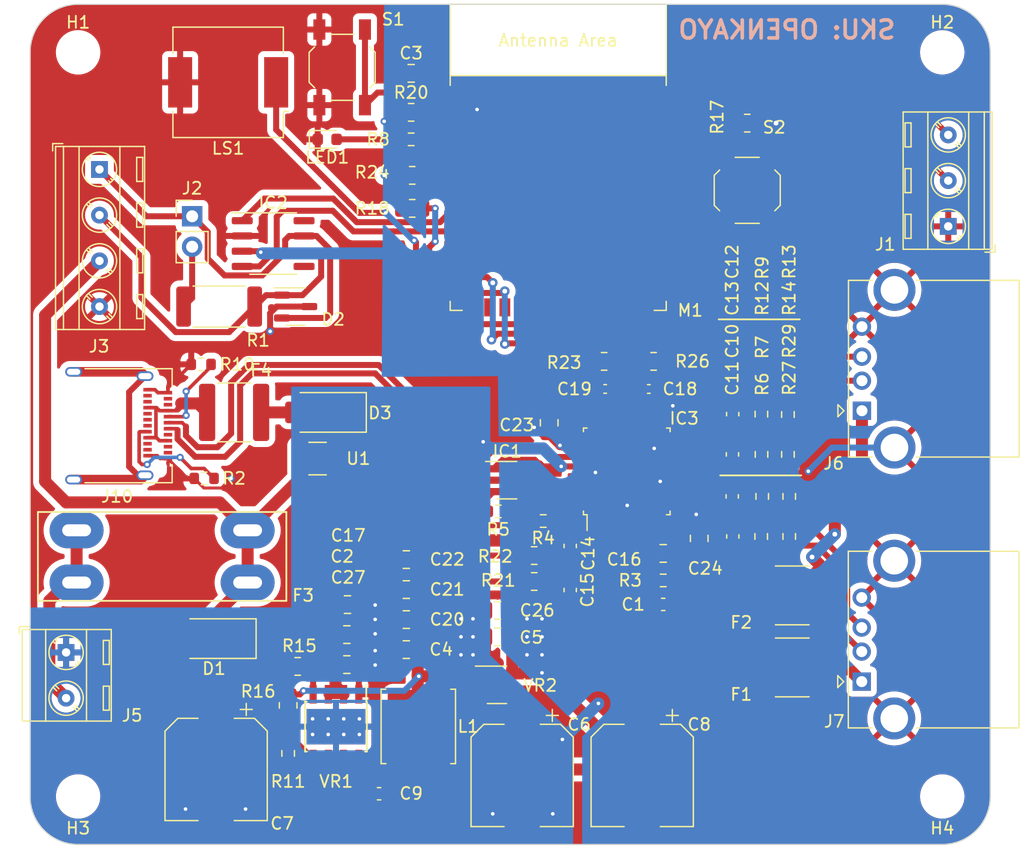
<source format=kicad_pcb>
(kicad_pcb (version 20221018) (generator pcbnew)
  (layers (0 "F.Cu" signal) (31 "B.Cu" signal) (34 "B.Paste" user) (35 "F.Paste" user) (36 "B.SilkS" user "B.Silkscreen") (37 "F.SilkS" user "F.Silkscreen") (38 "B.Mask" user) (39 "F.Mask" user) (44 "Edge.Cuts" user))
  (net 0 "")
  (net 1 "GND")
  (net 2 "IO43_TXD0")
  (net 3 "IO44_RXD0")
  (net 4 "+3V3")
  (net 5 "+5V")
  (net 6 "Net-(D3-A)")
  (net 7 "IO3_SDA")
  (net 8 "IO4_SCL")
  (net 9 "IO16_CANTX")
  (net 10 "IO17_CANRX")
  (net 11 "VFUSED")
  (net 12 "VRAW")
  (net 13 "DM3{slash}1.7E")
  (net 14 "DP3{slash}1.7E")
  (net 15 "IO14_A4_PIEZO")
  (net 16 "VIN+")
  (net 19 "Net-(IC3-~{RESET})")
  (net 20 "Net-(VR1-BOOT)")
  (net 21 "Net-(VR1-SW)")
  (net 22 "Net-(IC3-DP1)")
  (net 23 "Net-(IC3-DM1)")
  (net 24 "Net-(IC3-DP2)")
  (net 25 "Net-(IC3-DM2)")
  (net 26 "Net-(IC3-DP0)")
  (net 27 "Net-(IC3-DM0)")
  (net 28 "Net-(D2-A1)")
  (net 29 "Net-(D2-A2)")
  (net 30 "Net-(J7-VBUS)")
  (net 31 "Net-(J6-VBUS)")
  (net 32 "Net-(F4-Pad1)")
  (net 34 "Net-(IC1-OE)")
  (net 35 "Net-(IC1-OUT)")
  (net 40 "Net-(IC3-DP0PUR)")
  (net 43 "Net-(J2-Pin_2)")
  (net 44 "Net-(J6-D-)")
  (net 45 "Net-(J6-D+)")
  (net 46 "Net-(J7-D-)")
  (net 47 "Net-(J7-D+)")
  (net 48 "Net-(J10-CC1)")
  (net 49 "Net-(J10-D+-PadA6)")
  (net 50 "Net-(J10-D--PadA7)")
  (net 52 "Net-(J10-CC2)")
  (net 56 "unconnected-(J10-SHIELD-PadS1)")
  (net 57 "Net-(LED1-A)")
  (net 58 "Net-(M1-EN)")
  (net 75 "Net-(M1-GPIO0{slash}BOOT)")
  (net 86 "Net-(VR1-FB)")
  (net 87 "Net-(VR1-RT{slash}SYNC)")
  (footprint "Resistor_SMD:R_0603_1608Metric" (layer "F.Cu") (at 120.5 97.75)
    (fp_text reference "R10")
    (fp_text value "5k1")
  )
  (footprint "Resistor_SMD:R_0805_2012Metric" (layer "F.Cu") (at 158.2 97.5)
    (fp_text reference "R26")
    (fp_text value "15k")
  )
  (footprint "Capacitor_SMD:C_0805_2012Metric" (layer "F.Cu") (at 137.595 114.015 180)
    (fp_text reference "C22")
    (fp_text value "22u")
  )
  (footprint "openkayo:Fuse_2018_5045Metric" (layer "F.Cu") (at 169.75 123)
    (fp_text reference "F1")
    (fp_text value "Fuse")
  )
  (footprint "Resistor_SMD:R_0805_2012Metric" (layer "F.Cu") (at 127.75 126.1625 -90)
    (fp_text reference "R16")
    (fp_text value "100k")
  )
  (footprint "Capacitor_SMD:CP_Elec_8x10" (layer "F.Cu") (at 147.25 132 -90)
    (fp_text reference "C6")
    (fp_text value "220u 35v")
  )
  (footprint "Capacitor_SMD:C_0603_1608Metric" (layer "F.Cu") (at 151.25 112.88 90)
    (fp_text reference "C14")
    (fp_text value "22p")
  )
  (footprint "Resistor_SMD:R_0805_2012Metric" (layer "F.Cu") (at 154.0775 97.5 180)
    (fp_text reference "R23")
    (fp_text value "15k")
  )
  (footprint "MountingHole:MountingHole_3.2mm_M3" (layer "F.Cu") (at 110.25 71.75)
    (fp_text reference "H1")
    (fp_text value "MountingHole")
  )
  (footprint "TerminalBlock_MetzConnect:TerminalBlock_MetzConnect_Type086_RT03402HBLC_1x02_P3.81mm_Horizontal" (layer "F.Cu") (at 109.25 121.75 -90)
    (fp_text reference "J5")
    (fp_text value "Conn_01x02")
  )
  (footprint "openkayo:Fuse_2018_5045Metric" (layer "F.Cu") (at 123.25 101.75)
    (fp_text reference "F4")
    (fp_text value "Fuse")
  )
  (footprint "openkayo:Fuse_2018_5045Metric" (layer "F.Cu") (at 169.75 117)
    (fp_text reference "F2")
    (fp_text value "Fuse")
  )
  (footprint "Capacitor_SMD:C_0805_2012Metric" (layer "F.Cu") (at 138 73.5)
    (fp_text reference "C3")
    (fp_text value "10u")
  )
  (footprint "Capacitor_SMD:C_0603_1608Metric" (layer "F.Cu") (at 164.79 101.895 90)
    (fp_text reference "C12")
    (fp_text value "22p")
  )
  (footprint "Capacitor_SMD:C_0805_2012Metric" (layer "F.Cu") (at 159 113.5)
    (fp_text reference "C16")
    (fp_text value "100n")
  )
  (footprint "MountingHole:MountingHole_3.2mm_M3" (layer "F.Cu") (at 182.25 71.75)
    (fp_text reference "H2")
    (fp_text value "MountingHole")
  )
  (footprint "Resistor_SMD:R_0805_2012Metric" (layer "F.Cu") (at 138.0875 82)
    (fp_text reference "R24")
    (fp_text value "4k7")
  )
  (footprint "Capacitor_SMD:C_0805_2012Metric" (layer "F.Cu") (at 132.645 122.765)
    (fp_text reference "C27")
    (fp_text value "10u 35V")
  )
  (footprint "Package_TO_SOT_SMD:SOT-23-3" (layer "F.Cu") (at 128.3725 92.933972)
    (fp_text reference "D2")
    (fp_text value "D_TVS_Dual_ACA")
  )
  (footprint "Capacitor_SMD:C_0603_1608Metric" (layer "F.Cu") (at 151.25 116.55 -90)
    (fp_text reference "C15")
    (fp_text value "22p")
  )
  (footprint "Capacitor_SMD:C_0805_2012Metric" (layer "F.Cu") (at 149.5 102.615 90)
    (fp_text reference "C23")
    (fp_text value "10u")
  )
  (footprint "Resistor_SMD:R_0603_1608Metric" (layer "F.Cu") (at 169.39 101.925 90)
    (fp_text reference "R13")
    (fp_text value "30R")
  )
  (footprint "Diode_SMD:D_SMA" (layer "F.Cu") (at 130.75 101.75 180)
    (fp_text reference "D3")
    (fp_text value "SS56")
  )
  (footprint "Resistor_SMD:R_1210_3225Metric" (layer "F.Cu") (at 130.2 105.6)
    (fp_text reference "U1")
    (fp_text value "Varistor")
  )
  (footprint "Resistor_SMD:R_0805_2012Metric" (layer "F.Cu") (at 138 76.75)
    (fp_text reference "R20")
    (fp_text value "10k")
  )
  (footprint "Package_SO:Texas_HSOP-8-1EP_3.9x4.9mm_P1.27mm_ThermalVias" (layer "F.Cu") (at 131.735 127.935 -90)
    (fp_text reference "VR1")
    (fp_text value "LMR38020")
  )
  (footprint "Package_QFP:LQFP-32_7x7mm_P0.8mm" (layer "F.Cu") (at 155.965 106.665 90)
    (fp_text reference "IC3")
    (fp_text value "TUSB2036VF")
  )
  (footprint "Resistor_SMD:R_0603_1608Metric" (layer "F.Cu") (at 169.39 105.25 -90)
    (fp_text reference "R14")
    (fp_text value "30R")
  )
  (footprint "Diode_SMD:D_SMA" (layer "F.Cu") (at 121.57 120.6 180)
    (fp_text reference "D1")
    (fp_text value "SS56")
  )
  (footprint "Package_TO_SOT_SMD:SOT-23-5" (layer "F.Cu") (at 146 107.4)
    (fp_text reference "IC1")
    (fp_text value "48MHz")
  )
  (footprint "Capacitor_SMD:C_0603_1608Metric" (layer "F.Cu") (at 164.75 108.75 90)
    (fp_text reference "C10")
    (fp_text value "22p")
  )
  (footprint "Resistor_SMD:R_0603_1608Metric" (layer "F.Cu") (at 169.5 112.0875 -90)
    (fp_text reference "R27")
    (fp_text value "30R")
  )
  (footprint "Capacitor_SMD:C_0402_1005Metric" (layer "F.Cu") (at 157.8 99.8)
    (fp_text reference "C18")
    (fp_text value "22p")
  )
  (footprint "Connector_USB:USB_C_Receptacle_Amphenol_12401610E4-2A" (layer "F.Cu") (at 112.715 102.86 -90)
    (fp_text reference "J10")
    (fp_text value "USB_C_Receptacle_USB2.0")
  )
  (footprint "Button_Switch_SMD:SW_SPST_TL3342" (layer "F.Cu") (at 132.25 73 90)
    (fp_text reference "S1")
    (fp_text value "RESET")
  )
  (footprint "MountingHole:MountingHole_3.2mm_M3" (layer "F.Cu") (at 182.25 133.75)
    (fp_text reference "H4")
    (fp_text value "MountingHole")
  )
  (footprint "Capacitor_SMD:C_0603_1608Metric" (layer "F.Cu") (at 164.77 105.25 -90)
    (fp_text reference "C13")
    (fp_text value "22p")
  )
  (footprint "TerminalBlock_MetzConnect:TerminalBlock_MetzConnect_Type086_RT03404HBLC_1x04_P3.81mm_Horizontal" (layer "F.Cu") (at 112.03 81.503972 -90)
    (fp_text reference "J3")
    (fp_text value "CAN_BUS")
  )
  (footprint "Resistor_SMD:R_0603_1608Metric" (layer "F.Cu") (at 169.5 108.75 90)
    (fp_text reference "R29")
    (fp_text value "30R")
  )
  (footprint "Resistor_SMD:R_0603_1608Metric" (layer "F.Cu") (at 145.25 110)
    (fp_text reference "R5")
    (fp_text value "1k")
  )
  (footprint "Package_TO_SOT_SMD:SOT-23-5" (layer "F.Cu") (at 145.15 124.45)
    (fp_text reference "VR2")
    (fp_text value "AP2112K-3.3")
  )
  (footprint "Resistor_SMD:R_0603_1608Metric" (layer "F.Cu") (at 167.18 101.895 90)
    (fp_text reference "R9")
    (fp_text value "15k")
  )
  (footprint "Resistor_SMD:R_0805_2012Metric" (layer "F.Cu") (at 138.0875 84.75)
    (fp_text reference "R18")
    (fp_text value "4k7")
  )
  (footprint "Capacitor_SMD:C_0402_1005Metric" (layer "F.Cu") (at 154.165 99.795 180)
    (fp_text reference "C19")
    (fp_text value "22p")
  )
  (footprint "Resistor_SMD:R_0805_2012Metric" (layer "F.Cu") (at 166 77.65 180)
    (fp_text reference "R17")
    (fp_text value "10k")
  )
  (footprint "Capacitor_SMD:C_0805_2012Metric" (layer "F.Cu") (at 137.595 119.015 180)
    (fp_text reference "C20")
    (fp_text value "22u")
  )
  (footprint "Capacitor_SMD:CP_Elec_8x10" (layer "F.Cu") (at 121.75 131.5 -90)
    (fp_text reference "C7")
    (fp_text value "220u 35V")
  )
  (footprint "Connector_USB:USB_A_CONNFLY_DS1095-WNR0" (layer "F.Cu") (at 175.54 124.18 90)
    (fp_text reference "J7")
    (fp_text value "USB_A")
  )
  (footprint "Connector_USB:USB_A_CONNFLY_DS1095-WNR0" (layer "F.Cu") (at 175.5575 101.61 90)
    (fp_text reference "J6")
    (fp_text value "USB_A")
  )
  (footprint "Inductor_SMD:L_TDK_VLS6045EX_VLS6045AF" (layer "F.Cu") (at 138.595 127.915 90)
    (fp_text reference "L1")
    (fp_text value "VLS5045 15uH")
  )
  (footprint "TerminalBlock_MetzConnect:TerminalBlock_MetzConnect_Type086_RT03403HBLC_1x03_P3.81mm_Horizontal" (layer "F.Cu") (at 182.75 86.25 90)
    (fp_text reference "J1")
    (fp_text value "Conn_01x03_Socket")
  )
  (footprint "Resistor_SMD:R_0603_1608Metric" (layer "F.Cu") (at 167.165 112.0875 -90)
    (fp_text reference "R6")
    (fp_text value "15k")
  )
  (footprint "Connector_PinHeader_2.54mm:PinHeader_1x02_P2.54mm_Vertical" (layer "F.Cu") (at 119.75 85.408972)
    (fp_text reference "J2")
    (fp_text value "CAN_TERM")
  )
  (footprint "MountingHole:MountingHole_3.2mm_M3" (layer "F.Cu") (at 110.25 133.75)
    (fp_text reference "H3")
    (fp_text value "MountingHole")
  )
  (footprint "openkayo:ESP32-S3-WROOM-1" (layer "F.Cu") (at 150.25 83.5)
    (fp_text reference "M1")
    (fp_text value "ESP32-S3-WROOM-1")
  )
  (footprint "Capacitor_SMD:C_0603_1608Metric" (layer "F.Cu") (at 135.325 133.525)
    (fp_text reference "C9")
    (fp_text value "100n 50V")
  )
  (footprint "Capacitor_SMD:C_0805_2012Metric" (layer "F.Cu") (at 145.2 118.25 180)
    (fp_text reference "C26")
    (fp_text value "22u")
  )
  (footprint "Buzzer_Beeper:Buzzer_CUI_CPT-9019S-SMT" (layer "F.Cu") (at 122.75 74.25 180)
    (fp_text reference "LS1")
    (fp_text value "Speaker_Crystal")
  )
  (footprint "Capacitor_SMD:C_0805_2012Metric" (layer "F.Cu") (at 132.645 120.265)
    (fp_text reference "C2")
    (fp_text value "10u 35V")
  )
  (footprint "Button_Switch_SMD:SW_SPST_TL3342" (layer "F.Cu") (at 166 83.25 -90)
    (fp_text reference "S2")
    (fp_text value "SNOOT")
  )
  (footprint "Resistor_SMD:R_2512_6332Metric" (layer "F.Cu") (at 122 92.933972)
    (fp_text reference "R1")
    (fp_text value "120R")
  )
  (footprint "Resistor_SMD:R_0603_1608Metric" (layer "F.Cu") (at 149 110.8 180)
    (fp_text reference "R4")
    (fp_text value "1k5")
  )
  (footprint "Resistor_SMD:R_0603_1608Metric" (layer "F.Cu") (at 167.19 105.25 -90)
    (fp_text reference "R12")
    (fp_text value "15k")
  )
  (footprint "LED_SMD:LED_0603_1608Metric" (layer "F.Cu") (at 131 79)
    (fp_text reference "LED1")
    (fp_text value "BLUE")
  )
  (footprint "Resistor_SMD:R_0805_2012Metric" (layer "F.Cu") (at 148.25 115.84)
    (fp_text reference "R21")
    (fp_text value "30R")
  )
  (footprint "Capacitor_SMD:C_0805_2012Metric" (layer "F.Cu") (at 162 112.25 -90)
    (fp_text reference "C24")
    (fp_text value "10u")
  )
  (footprint "Resistor_SMD:R_0805_2012Metric" (layer "F.Cu") (at 148.25 113.68)
    (fp_text reference "R22")
    (fp_text value "30R")
  )
  (footprint "Resistor_SMD:R_0603_1608Metric" (layer "F.Cu") (at 167.25 108.75 90)
    (fp_text reference "R7")
    (fp_text value "15k")
  )
  (footprint "Resistor_SMD:R_0603_1608Metric" (layer "F.Cu") (at 138 79 180)
    (fp_text reference "R8")
    (fp_text value "2k2")
  )
  (footprint "Package_SO:SO-8_3.9x4.9mm_P1.27mm" (layer "F.Cu") (at 126.5 87.683972)
    (fp_text reference "IC2")
    (fp_text value "TCAN332")
  )
  (footprint "Capacitor_SMD:C_0805_2012Metric" (layer "F.Cu") (at 132.695 117.765)
    (fp_text reference "C17")
    (fp_text value "10u 35V")
  )
  (footprint "Capacitor_SMD:C_0603_1608Metric" (layer "F.Cu") (at 159 117.75)
    (fp_text reference "C1")
    (fp_text value "1u")
  )
  (footprint "Capacitor_SMD:C_0805_2012Metric" (layer "F.Cu") (at 137.595 116.515 180)
    (fp_text reference "C21")
    (fp_text value "22u")
  )
  (footprint "Resistor_SMD:R_0603_1608Metric" (layer "F.Cu") (at 127.75 130.1625 -90)
    (fp_text reference "R11")
    (fp_text value "24k9")
  )
  (footprint "Resistor_SMD:R_0603_1608Metric" (layer "F.Cu") (at 120.75 107.25)
    (fp_text reference "R2")
    (fp_text value "5k1")
  )
  (footprint "openkayo:Fuseholder_Blade" (layer "F.Cu") (at 110.125 111.575)
    (fp_text reference "F3")
    (fp_text value "5A")
  )
  (footprint "Resistor_SMD:R_0805_2012Metric" (layer "F.Cu") (at 128.545 122.915 180)
    (fp_text reference "R15")
    (fp_text value "64k9")
  )
  (footprint "Capacitor_SMD:C_0603_1608Metric" (layer "F.Cu") (at 164.8 112.0875 -90)
    (fp_text reference "C11")
    (fp_text value "22p")
  )
  (footprint "Capacitor_SMD:C_0805_2012Metric" (layer "F.Cu") (at 145.2 120.45 180)
    (fp_text reference "C5")
    (fp_text value "22u")
  )
  (footprint "Capacitor_SMD:CP_Elec_8x10" (layer "F.Cu") (at 157.25 132 -90)
    (fp_text reference "C8")
    (fp_text value "220u 35V")
  )
  (footprint "Capacitor_SMD:C_0805_2012Metric" (layer "F.Cu") (at 137.595 121.515 180)
    (fp_text reference "C4")
    (fp_text value "22u")
  )
  (footprint "Resistor_SMD:R_0603_1608Metric" (layer "F.Cu") (at 159 115.75)
    (fp_text reference "R3")
    (fp_text value "15k")
  )
  (gr_line (start 163.75 107) (end 170.5 107) (stroke (width 0.15)) (layer "F.SilkS"))
  (gr_line (start 163.625 94) (end 170.375 94) (stroke (width 0.15)) (layer "F.SilkS"))
  (gr_line (start 186.25 133.75) (end 186.25 71.75) (stroke (width 0.1)) (layer "Edge.Cuts"))
  (gr_arc (start 186.25 133.75) (mid 185.078427 136.578427) (end 182.25 137.75) (stroke (width 0.1)) (layer "Edge.Cuts"))
  (gr_line (start 106.25 71.75) (end 106.25 133.75) (stroke (width 0.1)) (layer "Edge.Cuts"))
  (gr_arc (start 106.25 71.75) (mid 107.421573 68.921573) (end 110.25 67.75) (stroke (width 0.1)) (layer "Edge.Cuts"))
  (gr_line (start 110.25 137.75) (end 182.25 137.75) (stroke (width 0.1)) (layer "Edge.Cuts"))
  (gr_arc (start 182.25 67.75) (mid 185.078427 68.921573) (end 186.25 71.75) (stroke (width 0.1)) (layer "Edge.Cuts"))
  (gr_arc (start 110.25 137.75) (mid 107.421573 136.578427) (end 106.25 133.75) (stroke (width 0.1)) (layer "Edge.Cuts"))
  (gr_line (start 182.25 67.75) (end 110.25 67.75) (stroke (width 0.1)) (layer "Edge.Cuts"))
  (gr_text "SKU: OPENKAYO" (at 178.5 70.75) (layer "B.SilkS") (effects (font (size 1.5 1.5) (thickness 0.3) bold) (justify left bottom mirror)))
  (segment (start 167.25 107.925) (end 168.52 106.655) (width 0.5) (layer "F.Cu") (net 1))
  (segment (start 144.25 121.872918) (end 144.172918 121.95) (width 0.8) (layer "F.Cu") (net 1))
  (segment (start 117.735 105.61) (end 119.375 107.25) (width 0.25) (layer "F.Cu") (net 1))
  (segment (start 117.735 99.69) (end 119.675 97.75) (width 0.3) (layer "F.Cu") (net 1))
  (segment (start 144.0125 124.45) (end 144.686764 124.45) (width 0.5) (layer "F.Cu") (net 1))
  (segment (start 143.675 117.075) (end 150.825 117.075) (width 0.5) (layer "F.Cu") (net 1))
  (segment (start 143.15 117.6) (end 143.675 117.075) (width 0.5) (layer "F.Cu") (net 1))
  (segment (start 116.649695 99.86) (end 116.899695 100.11) (width 0.3) (layer "F.Cu") (net 1))
  (segment (start 144.25 121.872918) (end 145.027082 122.65) (width 1) (layer "F.Cu") (net 1))
  (segment (start 117.085 105.61) (end 117 105.525002) (width 0.25) (layer "F.Cu") (net 1))
  (segment (start 142.15 120.45) (end 142.15 118.95) (width 0.8) (layer "F.Cu") (net 1))
  (segment (start 144.8625 106.45) (end 145.6125 105.7) (width 0.5) (layer "F.Cu") (net 1))
  (segment (start 150.825 117.075) (end 151.25 117.5) (width 0.5) (layer "F.Cu") (net 1))
  (segment (start 153.965 102.49) (end 153.915 102.44) (width 0.5) (layer "F.Cu") (net 1))
  (segment (start 148.85 106.25) (end 150.5 106.25) (width 0.5) (layer "F.Cu") (net 1))
  (segment (start 119.925 107.25) (end 120.725 108.05) (width 0.25) (layer "F.Cu") (net 1))
  (segment (start 144.25 120.45) (end 143.15 120.45) (width 0.8) (layer "F.Cu") (net 1))
  (segment (start 161.7 113.5) (end 162 113.2) (width 0.5) (layer "F.Cu") (net 1))
  (segment (start 142.15 121.95) (end 142.15 120.45) (width 0.8) (layer "F.Cu") (net 1))
  (segment (start 122.2 108.05) (end 123 107.25) (width 0.25) (layer "F.Cu") (net 1))
  (segment (start 145.15 123.986764) (end 145.15 122.95) (width 0.5) (layer "F.Cu") (net 1))
  (segment (start 167.19 106.075) (end 167.94 106.075) (width 0.5) (layer "F.Cu") (net 1))
  (segment (start 144.686764 124.45) (end 145.15 123.986764) (width 0.5) (layer "F.Cu") (net 1))
  (segment (start 157.965 111.603173) (end 159.861827 113.5) (width 0.5) (layer "F.Cu") (net 1))
  (segment (start 167.165 113) (end 167.165 113.085) (width 0.5) (layer "F.Cu") (net 1))
  (segment (start 153.915 102.44) (end 153.915 100.025) (width 0.5) (layer "F.Cu") (net 1))
  (segment (start 159.95 113.5) (end 161.7 113.5) (width 0.5) (layer "F.Cu") (net 1))
  (segment (start 151.775 106.25) (end 151.79 106.265) (width 0.5) (layer "F.Cu") (net 1))
  (segment (start 126.2475 93.485444) (end 126.2475 94.9975) (width 0.5) (layer "F.Cu") (net 1))
  (segment (start 150.5 106.25) (end 151.775 106.25) (width 0.5) (layer "F.Cu") (net 1))
  (segment (start 143.15 118.95) (end 143.15 117.6) (width 0.5) (layer "F.Cu") (net 1))
  (segment (start 168.52 106.655) (end 168.8475 106.9825) (width 0.5) (layer "F.Cu") (net 1))
  (segment (start 148.3 105.7) (end 148.85 106.25) (width 0.5) (layer "F.Cu") (net 1))
  (segment (start 143.15 120.45) (end 142.15 120.45) (width 0.8) (layer "F.Cu") (net 1))
  (segment (start 116.035 99.86) (end 116.649695 99.86) (width 0.3) (layer "F.Cu") (net 1))
  (segment (start 116.899695 100.11) (end 117.735 100.11) (width 0.3) (layer "F.Cu") (net 1))
  (segment (start 153.915 100.025) (end 153.685 99.795) (width 0.5) (layer "F.Cu") (net 1))
  (segment (start 119.375 107.25) (end 119.925 107.25) (width 0.25) (layer "F.Cu") (net 1))
  (segment (start 157.965 110.84) (end 157.965 111.603173) (width 0.5) (layer "F.Cu") (net 1))
  (segment (start 117.735 100.11) (end 117.735 99.69) (width 0.3) (layer "F.Cu") (net 1))
  (segment (start 143.15 121.95) (end 142.15 121.95) (width 0.8) (layer "F.Cu") (net 1))
  (segment (start 116.035 105.36) (end 116.834998 105.36) (width 0.3) (layer "F.Cu") (net 1))
  (segment (start 143.15 118.95) (end 142.15 118.95) (width 0.8) (layer "F.Cu") (net 1))
  (segment (start 143.15 120.45) (end 143.15 121.95) (width 0.8) (layer "F.Cu") (net 1))
  (segment (start 168.8475 106.9825) (end 170.7625 106.9825) (width 0.5) (layer "F.Cu") (net 1))
  (segment (start 143.15 118.95) (end 143.15 120.45) (width 0.8) (layer "F.Cu") (net 1))
  (segment (start 120.725 108.05) (end 122.2 108.05) (width 0.25) (layer "F.Cu") (net 1))
  (segment (start 145.6125 105.7) (end 148.3 105.7) (width 0.5) (layer "F.Cu") (net 1))
  (segment (start 159.861827 113.5) (end 159.95 113.5) (width 0.5) (layer "F.Cu") (net 1))
  (segment (start 129.31 92.933972) (end 126.798972 92.933972) (width 0.5) (layer "F.Cu") (net 1))
  (segment (start 126.2475 94.9975) (end 126.25 95) (width 0.5) (layer "F.Cu") (net 1))
  (segment (start 167.94 106.075) (end 168.52 106.655) (width 0.5) (layer "F.Cu") (net 1))
  (segment (start 126.798972 92.933972) (end 126.2475 93.485444) (width 0.5) (layer "F.Cu") (net 1))
  (segment (start 117.735 105.61) (end 117.085 105.61) (width 0.25) (layer "F.Cu") (net 1))
  (segment (start 144.172918 121.95) (end 143.15 121.95) (width 0.8) (layer "F.Cu") (net 1))
  (segment (start 116.834998 105.36) (end 117 105.525002) (width 0.3) (layer "F.Cu") (net 1))
  (segment (start 145.027082 122.65) (end 145.225 122.65) (width 1) (layer "F.Cu") (net 1))
  (segment (start 170.7625 106.9825) (end 171.09 106.655) (width 0.5) (layer "F.Cu") (net 1))
  (segment (start 144.25 120.45) (end 144.25 121.872918) (width 0.8) (layer "F.Cu") (net 1))
  (via (at 149.8 135.2) (size 0.6) (drill 0.3) (layers "F.Cu" "B.Cu") (net 1))
  (via (at 144 104.2) (size 0.6) (drill 0.3) (layers "F.Cu" "B.Cu") (net 1))
  (via (at 150.5 106.25) (size 0.6) (drill 0.3) (layers "F.Cu" "B.Cu") (net 1))
  (via (at 142.15 118.95) (size 0.6) (drill 0.3) (layers "F.Cu" "B.Cu") (net 1))
  (via (at 123 107.25) (size 0.6) (drill 0.3) (layers "F.Cu" "B.Cu") (net 1))
  (via (at 150.6 129) (size 0.6) (drill 0.3) (layers "F.Cu" "B.Cu") (net 1))
  (via (at 135 122.8) (size 0.6) (drill 0.3) (layers "F.Cu" "B.Cu") (net 1))
  (via (at 143.15 121.95) (size 0.6) (drill 0.3) (layers "F.Cu" "B.Cu") (net 1))
  (via (at 135 120.2) (size 0.6) (drill 0.3) (layers "F.Cu" "B.Cu") (net 1))
  (via (at 143.15 118.95) (size 0.6) (drill 0.3) (layers "F.Cu" "B.Cu") (net 1))
  (via (at 135 119) (size 0.6) (drill 0.3) (layers "F.Cu" "B.Cu") (net 1))
  (via (at 143.15 120.45) (size 0.6) (drill 0.3) (layers "F.Cu" "B.Cu") (net 1))
  (via (at 124.2 134.8) (size 0.6) (drill 0.3) (layers "F.Cu" "B.Cu") (net 1))
  (via (at 135 117.8) (size 0.6) (drill 0.3) (layers "F.Cu" "B.Cu") (net 1))
  (via (at 144.8 135.2) (size 0.6) (drill 0.3) (layers "F.Cu" "B.Cu") (net 1))
  (via (at 142.15 121.95) (size 0.6) (drill 0.3) (layers "F.Cu" "B.Cu") (net 1))
  (via (at 171.09 106.655) (size 0.6) (drill 0.3) (layers "F.Cu" "B.Cu") (net 1))
  (via (at 142.15 120.45) (size 0.6) (drill 0.3) (layers "F.Cu" "B.Cu") (net 1))
  (via (at 119.2 134.8) (size 0.6) (drill 0.3) (layers "F.Cu" "B.Cu") (net 1))
  (via (at 135 121.6) (size 0.6) (drill 0.3) (layers "F.Cu" "B.Cu") (net 1))
  (via (at 153.6 126) (size 0.6) (drill 0.3) (layers "F.Cu" "B.Cu") (net 1))
  (via (at 126.25 95) (size 0.6) (drill 0.3) (layers "F.Cu" "B.Cu") (net 1))
  (segment (start 148.5 104.75) (end 149 104.75) (width 1) (layer "B.Cu") (net 1))
  (segment (start 144.55 104.75) (end 144 104.2) (width 1) (layer "B.Cu") (net 1))
  (segment (start 171.09 106.655) (end 173.065 104.68) (width 0.5) (layer "B.Cu") (net 1))
  (segment (start 173.065 104.68) (end 178.2675 104.68) (width 0.5) (layer "B.Cu") (net 1))
  (segment (start 149 104.75) (end 150.5 106.25) (width 1) (layer "B.Cu") (net 1))
  (segment (start 148.5 104.75) (end 144.55 104.75) (width 1) (layer "B.Cu") (net 1))
  (segment (start 150.6 129) (end 153.6 126) (width 1) (layer "B.Cu") (net 1))
  (segment (start 177.42 73.3) (end 182.75 78.63) (width 0.5) (layer "F.Cu") (net 2))
  (segment (start 160.75 78.55) (end 160.75 75.91005) (width 0.5) (layer "F.Cu") (net 2))
  (segment (start 160.75 75.91005) (end 163.36005 73.3) (width 0.5) (layer "F.Cu") (net 2))
  (segment (start 163.36005 73.3) (end 177.42 73.3) (width 0.5) (layer "F.Cu") (net 2))
  (segment (start 160.25 79.05) (end 160.75 78.55) (width 0.5) (layer "F.Cu") (net 2))
  (segment (start 159 79.05) (end 160.25 79.05) (width 0.5) (layer "F.Cu") (net 2))
  (segment (start 163.4 74.25) (end 176.75 74.25) (width 0.5) (layer "F.Cu") (net 3))
  (segment (start 176.75 74.25) (end 181 78.5) (width 0.5) (layer "F.Cu") (net 3))
  (segment (start 161.5 76.15) (end 163.4 74.25) (width 0.5) (layer "F.Cu") (net 3))
  (segment (start 181 80.69) (end 182.75 82.44) (width 0.5) (layer "F.Cu") (net 3))
  (segment (start 181 78.5) (end 181 80.69) (width 0.5) (layer "F.Cu") (net 3))
  (segment (start 161.5 79.07) (end 161.5 76.15) (width 0.5) (layer "F.Cu") (net 3))
  (segment (start 160.25 80.32) (end 161.5 79.07) (width 0.5) (layer "F.Cu") (net 3))
  (segment (start 159 80.32) (end 160.25 80.32) (width 0.5) (layer "F.Cu") (net 3))
  (segment (start 154.765 110.84) (end 154.765 110.076827) (width 0.5) (layer "F.Cu") (net 4))
  (segment (start 158.765 109.276827) (end 159.376827 108.665) (width 0.5) (layer "F.Cu") (net 4))
  (segment (start 152.553173 104.665) (end 151.79 104.665) (width 0.5) (layer "F.Cu") (net 4))
  (segment (start 138.772918 75.25) (end 139.327082 75.25) (width 0.8) (layer "F.Cu") (net 4))
  (segment (start 136.5 76.75) (end 135.75 77.5) (width 0.5) (layer "F.Cu") (net 4))
  (segment (start 148.9 123.45) (end 148.9 121.95) (width 1) (layer "F.Cu") (net 4))
  (segment (start 151.79 104.665) (end 150.565 104.665) (width 0.5) (layer "F.Cu") (net 4))
  (segment (start 146.95 118.25) (end 147.65 118.95) (width 0.5) (layer "F.Cu") (net 4))
  (segment (start 137.175 82) (end 137.175 84.75) (width 0.5) (layer "F.Cu") (net 4))
  (segment (start 123.925 88.318972) (end 125.385 88.318972) (width 0.5) (layer "F.Cu") (net 4))
  (segment (start 157.965 101.726827) (end 158.491827 101.2) (width 0.5) (layer "F.Cu") (net 4))
  (segment (start 158.05 113.8875) (end 159.9125 115.75) (width 0.5) (layer "F.Cu") (net 4))
  (segment (start 153.353173 108.665) (end 153.353173 105.465) (width 0.5) (layer "F.Cu") (net 4))
  (segment (start 159.225 111.3) (end 158.765 110.84) (width 0.5) (layer "F.Cu") (net 4))
  (segment (start 158.75 107.5) (end 158.75 106.091827) (width 0.5) (layer "F.Cu") (net 4))
  (segment (start 153.165 102.49) (end 153.165 103.815) (width 0.5) (layer "F.Cu") (net 4))
  (segment (start 157.965 104.465) (end 158.25 104.75) (width 0.5) (layer "F.Cu") (net 4))
  (segment (start 137.175 80.7375) (end 138.9125 79) (width 0.5) (layer "F.Cu") (net 4))
  (segment (start 137.0875 76.75) (end 136.5 76.75) (width 0.5) (layer "F.Cu") (net 4))
  (segment (start 156.588173 109.5) (end 157.165 110.076827) (width 0.5) (layer "F.Cu") (net 4))
  (segment (start 147.65 120.45) (end 147.65 121.95) (width 1) (layer "F.Cu") (net 4))
  (segment (start 155.265 103.69) (end 154.328173 103.69) (width 0.5) (layer "F.Cu") (net 4))
  (segment (start 153.115 103.865) (end 153.165 103.815) (width 0.5) (layer "F.Cu") (net 4))
  (segment (start 149.5 103.565) (end 151.49 103.565) (width 0.8) (layer "F.Cu") (net 4))
  (segment (start 147.65 123.5) (end 149 123.5) (width 1) (layer "F.Cu") (net 4))
  (segment (start 157.626827 109.615) (end 158.303173 109.615) (width 0.5) (layer "F.Cu") (net 4))
  (segment (start 153.353173 108.665) (end 151.79 108.665) (width 0.5) (layer "F.Cu") (net 4))
  (segment (start 158.965 105.465) (end 160.14 105.465) (width 0.5) (layer "F.Cu") (net 4))
  (segment (start 154.25 128.75) (end 157.25 128.75) (width 1) (layer "F.Cu") (net 4))
  (segment (start 155.565 103.39) (end 155.265 103.69) (width 0.5) (layer "F.Cu") (net 4))
  (segment (start 149.5 103.565) (end 148.815 103.565) (width 0.5) (layer "F.Cu") (net 4))
  (segment (start 147.65 120.45) (end 147.65 118.95) (width 1) (layer "F.Cu") (net 4))
  (segment (start 154.765 110.076827) (end 153.901586 109.213414) (width 0.5) (layer "F.Cu") (net 4))
  (segment (start 137.05 73.5) (end 137.05 73.527082) (width 0.8) (layer "F.Cu") (net 4))
  (segment (start 157.965 102.49) (end 157.965 104.465) (width 0.5) (layer "F.Cu") (net 4))
  (segment (start 158.303173 109.615) (end 158.765 110.076827) (width 0.5) (layer "F.Cu") (net 4))
  (segment (start 146.425 123.3625) (end 146.425 120.725) (width 1) (layer "F.Cu") (net 4))
  (segment (start 151.79 103.865) (end 153.115 103.865) (width 0.5) (layer "F.Cu") (net 4))
  (segment (start 158.491827 101.2) (end 159.8 101.2) (width 0.5) (layer "F.Cu") (net 4))
  (segment (start 153.165 102.49) (end 153.165 103.253173) (width 0.5) (layer "F.Cu") (net 4))
  (segment (start 158.05 113.5) (end 157.165 112.615) (width 0.5) (layer "F.Cu") (net 4))
  (segment (start 152.736586 104.848414) (end 152.553173 104.665) (width 0.5) (layer "F.Cu") (net 4))
  (segment (start 157.165 110.076827) (end 157.626827 109.615) (width 0.5) (layer "F.Cu") (net 4))
  (segment (start 154.765 110.076827) (end 155.341827 109.5) (width 0.5) (layer "F.Cu") (net 4))
  (segment (start 157.165 112.615) (end 157.165 110.84) (width 0.5) (layer "F.Cu") (net 4))
  (segment (start 157.965 102.49) (end 157.965 101.726827) (width 0.5) (layer "F.Cu") (net 4))
  (segment (start 157.165 110.076827) (end 157.165 110.84) (width 0.5) (layer "F.Cu") (net 4))
  (segment (start 155.341827 109.5) (end 156 109.5) (width 0.5) (layer "F.Cu") (net 4))
  (segment (start 153.353173 105.465) (end 152.736586 104.848414) (width 0.5) (layer "F.Cu") (net 4))
  (segment (start 153.165 103.815) (end 153.165 104.42) (width 0.5) (layer "F.Cu") (net 4))
  (segment (start 140.15 76.29) (end 140.37 76.51) (width 0.8) (layer "F.Cu") (net 4))
  (segment (start 137.175 82) (end 137.175 80.7375) (width 0.5) (layer "F.Cu") (net 4))
  (segment (start 150.565 104.665) (end 150.4 104.5) (width 0.5) (layer "F.Cu") (net 4))
  (segment (start 162 110.500004) (end 161.75 110.250004) (width 0.8) (layer "F.Cu") (net 4))
  (segment (start 153.601827 103.69) (end 154.328173 103.69) (width 0.5) (layer "F.Cu") (net 4))
  (segment (start 158.765 110.076827) (end 158.765 110.84) (width 0.5) (layer "F.Cu") (net 4))
  (segment (start 149.5 103.565) (end 150.4 104.465) (width 0.8) (layer "F.Cu") (net 4))
  (segment (start 154.765 103.253173) (end 154.765 102.49) (width 0.5) (layer "F.Cu") (net 4))
  (segment (start 153.165 104.42) (end 152.736586 104.848414) (width 0.5) (layer "F.Cu") (net 4))
  (segment (start 158.75 108.038173) (end 158.75 107.5) (width 0.5) (layer "F.Cu") (net 4))
  (segment (start 158.05 113.5) (end 158.05 113.8875) (width 0.5) (layer "F.Cu") (net 4))
  (segment (start 140.37 76.51) (end 141.5 76.51) (width 0.8) (layer "F.Cu") (net 4))
  (segment (start 150.4 104.465) (end 150.4 104.5) (width 0.8) (layer "F.Cu") (net 4))
  (segment (start 147.1375 108.35) (end 147.4525 108.665) (width 0.5) (layer "F.Cu") (net 4))
  (segment (start 125.385 88.318972) (end 125.469669 88.403641) (width 0.5) (layer "F.Cu") (net 4))
  (segment (start 146.1625 110) (end 146.1625 109.325) (width 0.5) (layer "F.Cu") (net 4))
  (segment (start 154.328173 103.69) (end 154.765 103.253173) (width 0.5) (layer "F.Cu") (net 4))
  (segment (start 146.2875 123.5) (end 146.425 123.3625) (width 1) (layer "F.Cu") (net 4))
  (segment (start 148.9 118.95) (end 148.9 120.45) (width 1) (layer "F.Cu") (net 4))
  (segment (start 137.05 73.527082) (end 138.772918 75.25) (width 0.8) (layer "F.Cu") (net 4))
  (segment (start 146.425 120.725) (end 146.15 120.45) (width 1) (layer "F.Cu") (net 4))
  (segment (start 166.9125 77.65) (end 168.4 77.65) (width 0.8) (layer "F.Cu") (net 4))
  (segment (start 155.565 102.49) (end 155.565 103.39) (width 0.5) (layer "F.Cu") (net 4))
  (segment (start 140.15 76.072918) (end 140.15 76.29) (width 0.8) (layer "F.Cu") (net 4))
  (segment (start 148.9 120.45) (end 148.9 121.95) (width 1) (layer "F.Cu") (net 4))
  (segment (start 151.49 103.565) (end 151.79 103.865) (width 0.8) (layer "F.Cu") (net 4))
  (segment (start 160.14 108.665) (end 159.376827 108.665) (width 0.5) (layer "F.Cu") (net 4))
  (segment (start 147.65 121.95) (end 148.9 121.95) (width 1) (layer "F.Cu") (net 4))
  (segment (start 139.327082 75.25) (end 140.15 76.072918) (width 0.8) (layer "F.Cu") (net 4))
  (segment (start 159.376827 108.665) (end 158.75 108.038173) (width 0.5) (layer "F.Cu") (net 4))
  (segment (start 146.15 118.25) (end 146.95 118.25) (width 0.5) (layer "F.Cu") (net 4))
  (segment (start 146.15 120.45) (end 147.65 120.45) (width 1) (layer "F.Cu") (net 4))
  (segment (start 153.165 103.253173) (end 153.601827 103.69) (width 0.5) (layer "F.Cu") (net 4))
  (segment (start 162 111.3) (end 159.225 111.3) (width 0.5) (layer "F.Cu") (net 4))
  (segment (start 159.376827 105.465) (end 160.14 105.465) (width 0.5) (layer "F.Cu") (net 4))
  (segment (start 156 109.5) (end 156.588173 109.5) (width 0.5) (layer "F.Cu") (net 4))
  (segment (start 147.65 118.95) (end 148.9 118.95) (width 1) (layer "F.Cu") (net 4))
  (segment (start 158.75 106.091827) (end 159.376827 105.465) (width 0.5) (layer "F.Cu") (net 4))
  (segment (start 147.4525 108.665) (end 151.79 108.665) (width 0.5) (layer "F.Cu") (net 4))
  (segment (start 147.65 121.95) (end 147.65 123.5) (width 1) (layer "F.Cu") (net 4))
  (segment (start 148.815 103.565) (end 148.25 103) (width 0.5) (layer "F.Cu") (net 4))
  (segment (start 137.175 82) (end 135.75 82) (width 0.5) (layer "F.Cu") (net 4))
  (segment (start 143.5 76.5) (end 143.49 76.51) (width 0.8) (layer "F.Cu") (net 4))
  (segment (start 158.765 110.84) (end 158.765 109.276827) (width 0.5) (layer "F.Cu") (net 4))
  (segment (start 149 123.5) (end 154.25 128.75) (width 1) (layer "F.Cu") (net 4))
  (segment (start 147.65 123.5) (end 146.2875 123.5) (width 1) (layer "F.Cu") (net 4))
  (segment (start 141.5 76.51) (end 143.49 76.51) (width 0.8) (layer "F.Cu") (net 4))
  (segment (start 162 111.3) (end 162 110.500004) (width 0.8) (layer "F.Cu") (net 4))
  (segment (start 158.25 104.75) (end 158.965 105.465) (width 0.5) (layer "F.Cu") (net 4))
  (segment (start 146.1625 109.325) (end 147.1375 108.35) (width 0.5) (layer "F.Cu") (net 4))
  (segment (start 153.901586 109.213414) (end 153.353173 108.665) (width 0.5) (layer "F.Cu") (net 4))
  (via (at 148.9 121.95) (size 0.6) (drill 0.3) (layers "F.Cu" "B.Cu") (net 4))
  (via (at 143.49 76.51) (size 0.6) (drill 0.3) (layers "F.Cu" "B.Cu") (net 4))
  (via (at 148.25 103) (size 0.6) (drill 0.3) (layers "F.Cu" "B.Cu") (net 4))
  (via (at 147.65 120.45) (size 0.6) (drill 0.3) (layers "F.Cu" "B.Cu") (net 4))
  (via (at 150.4 104.5) (size 0.6) (drill 0.3) (layers "F.Cu" "B.Cu") (net 4))
  (via (at 135.75 77.5) (size 0.6) (drill 0.3) (layers "F.Cu" "B.Cu") (net 4))
  (via (at 156 109.5) (size 0.6) (drill 0.3) (layers "F.Cu" "B.Cu") (net 4))
  (via (at 158.75 107.5) (size 0.6) (drill 0.3) (layers "F.Cu" "B.Cu") (net 4))
  (via (at 147.65 121.95) (size 0.6) (drill 0.3) (layers "F.Cu" "B.Cu") (net 4))
  (via (at 159.8 101.2) (size 0.6) (drill 0.3) (layers "F.Cu" "B.Cu") (net 4))
  (via (at 168.4 77.65) (size 0.8) (drill 0.4) (layers "F.Cu" "B.Cu") (net 4))
  (via (at 148.9 120.45) (size 0.6) (drill 0.3) (layers "F.Cu" "B.Cu") (net 4))
  (via (at 153.353173 106.755) (size 0.6) (drill 0.3) (layers "F.Cu" "B.Cu") (net 4))
  (via (at 158.25 104.75) (size 0.6) (drill 0.3) (layers "F.Cu" "B.Cu") (net 4))
  (via (at 125.469669 88.403641) (size 0.6) (drill 0.3) (layers "F.Cu" "B.Cu") (net 4))
  (via (at 147.65 118.95) (size 0.6) (drill 0.3) (layers "F.Cu" "B.Cu") (net 4))
  (via (at 148.9 123.45) (size 0.6) (drill 0.3) (layers "F.Cu" "B.Cu") (net 4))
  (via (at 148.9 118.95) (size 0.6) (drill 0.3) (layers "F.Cu" "B.Cu") (net 4))
  (via (at 161.75 110.250004) (size 0.6) (drill 0.3) (layers "F.Cu" "B.Cu") (net 4))
  (via (at 135.75 82) (size 0.6) (drill 0.3) (layers "F.Cu" "B.Cu") (net 4))
  (segment (start 136.5 88.5) (end 125.566028 88.5) (width 1) (layer "B.Cu") (net 4))
  (segment (start 125.566028 88.5) (end 125.469669 88.403641) (width 0.5) (layer "B.Cu") (net 4))
  (segment (start 138.545 121.515) (end 138.545 123.645) (width 1) (layer "F.Cu") (net 5))
  (segment (start 138.545 119.015) (end 138.545 116.515) (width 1) (layer "F.Cu") (net 5))
  (segment (start 134.8 103.8) (end 132.75 101.75) (width 1) (layer "F.Cu") (net 5))
  (segment (start 141.735 123.735) (end 142.02 123.45) (width 1) (layer "F.Cu") (net 5))
  (segment (start 138.545 116.515) (end 138.545 114.015) (width 1) (layer "F.Cu") (net 5))
  (segment (start 142.5125 125.5125) (end 144.0125 125.5125) (width 1) (layer "F.Cu") (net 5))
  (segment (start 138.545 121.515) (end 138.545 119.065) (width 1) (layer "F.Cu") (net 5))
  (segment (start 138.545 121.515) (end 138.635 121.605) (width 0.8) (layer "F.Cu") (net 5))
  (segment (start 138.545 123.645) (end 138.635 123.735) (width 1) (layer "F.Cu") (net 5))
  (segment (start 138.545 114.015) (end 138.545 113.045) (width 1) (layer "F.Cu") (net 5))
  (segment (start 138.545 113.045) (end 134.8 109.3) (width 1) (layer "F.Cu") (net 5))
  (segment (start 159 131.5) (end 167.5 123) (width 1) (layer "F.Cu") (net 5))
  (segment (start 138.595 125.815) (end 138.545 125.765) (width 1) (layer "F.Cu") (net 5))
  (segment (start 142.02 123.45) (end 144.0125 123.45) (width 1) (layer "F.Cu") (net 5))
  (segment (start 127.75 125.25) (end 128.725498 125.25) (width 0.5) (layer "F.Cu") (net 5))
  (segment (start 138.545 125.765) (end 138.545 123.645) (width 1) (layer "F.Cu") (net 5))
  (segment (start 144.0125 125.5125) (end 144.0125 125.45) (width 1) (layer "F.Cu") (net 5))
  (segment (start 128.725498 125.25) (end 129.030498 124.945) (width 0.5) (layer "F.Cu") (net 5))
  (segment (start 138.545 119.065) (end 138.495 119.015) (width 1) (layer "F.Cu") (net 5))
  (segment (start 150 131.5) (end 159 131.5) (width 1) (layer "F.Cu") (net 5))
  (segment (start 141.735 123.735) (end 142.25 124.25) (width 1) (layer "F.Cu") (net 5))
  (segment (start 147.25 128.75) (end 150 131.5) (width 1) (layer "F.Cu") (net 5))
  (segment (start 142.25 125.25) (end 142.5125 125.5125) (width 1) (layer "F.Cu") (net 5))
  (segment (start 138.635 125.775) (end 138.595 125.815) (width 0.8) (layer "F.Cu") (net 5))
  (segment (start 142.25 124.25) (end 142.25 125.25) (width 1) (layer "F.Cu") (net 5))
  (segment (start 138.635 123.735) (end 141.735 123.735) (width 1) (layer "F.Cu") (net 5))
  (segment (start 167.5 123) (end 167.5 117) (width 1) (layer "F.Cu") (net 5))
  (segment (start 147.25 128.75) (end 144.0125 125.5125) (width 1) (layer "F.Cu") (net 5))
  (segment (start 134.8 109.3) (end 134.8 103.8) (width 1) (layer "F.Cu") (net 5))
  (via (at 138.635 123.735) (size 0.6) (drill 0.3) (layers "F.Cu" "B.Cu") (net 5))
  (via (at 129.030498 124.945) (size 0.6) (drill 0.3) (layers "F.Cu" "B.Cu") (net 5))
  (segment (start 129.030498 124.945) (end 137.425 124.945) (width 0.5) (layer "B.Cu") (net 5))
  (segment (start 137.425 124.945) (end 138.635 123.735) (width 0.5) (layer "B.Cu") (net 5))
  (segment (start 125.5 101.75) (end 128.75 101.75) (width 1) (layer "F.Cu") (net 6))
  (segment (start 139.5 92.9495) (end 139.5505 93) (width 0.5) (layer "F.Cu") (net 7))
  (segment (start 139.5 88) (end 139.5 92.9495) (width 0.5) (layer "F.Cu") (net 7))
  (segment (start 140 87.5) (end 139.5 88) (width 0.5) (layer "F.Cu") (net 7))
  (segment (start 139 84.75) (end 139.999996 84.75) (width 0.5) (layer "F.Cu") (net 7))
  (segment (start 139.5505 93) (end 143.265 93) (width 0.5) (layer "F.Cu") (net 7))
  (via (at 139.999996 84.75) (size 0.6) (drill 0.3) (layers "F.Cu" "B.Cu") (net 7))
  (via (at 140 87.5) (size 0.6) (drill 0.3) (layers "F.Cu" "B.Cu") (net 7))
  (segment (start 139.999996 87.499996) (end 140 87.5) (width 0.5) (layer "B.Cu") (net 7))
  (segment (start 139.999996 84.75) (end 139.999996 87.499996) (width 0.5) (layer "B.Cu") (net 7))
  (segment (start 139 80.72) (end 140.67 79.05) (width 0.5) (layer "F.Cu") (net 8))
  (segment (start 140.67 79.05) (end 141.5 79.05) (width 0.5) (layer "F.Cu") (net 8))
  (segment (start 139 82) (end 139 80.72) (width 0.5) (layer "F.Cu") (net 8))
  (segment (start 123.925 85.778972) (end 125.77 83.933972) (width 0.5) (layer "F.Cu") (net 9))
  (segment (start 140.410661 85.9) (end 140.910661 85.4) (width 0.5) (layer "F.Cu") (net 9))
  (segment (start 133.466028 85.9) (end 140.410661 85.9) (width 0.5) (layer "F.Cu") (net 9))
  (segment (start 140.910661 85.4) (end 141.5 85.4) (width 0.5) (layer "F.Cu") (net 9))
  (segment (start 125.77 83.933972) (end 131.5 83.933972) (width 0.5) (layer "F.Cu") (net 9))
  (segment (start 131.5 83.933972) (end 133.466028 85.9) (width 0.5) (layer "F.Cu") (net 9))
  (segment (start 133.1901 86.67) (end 141.5 86.67) (width 0.5) (layer "F.Cu") (net 10))
  (segment (start 123.925 89.588972) (end 125.344999 89.588972) (width 0.5) (layer "F.Cu") (net 10))
  (segment (start 126.8 85.45) (end 127.3 84.95) (width 0.5) (layer "F.Cu") (net 10))
  (segment (start 127.3 84.95) (end 131.4701 84.95) (width 0.5) (layer "F.Cu") (net 10))
  (segment (start 131.4701 84.95) (end 133.1901 86.67) (width 0.5) (layer "F.Cu") (net 10))
  (segment (start 126.8 88.133971) (end 126.8 85.45) (width 0.5) (layer "F.Cu") (net 10))
  (segment (start 125.344999 89.588972) (end 126.8 88.133971) (width 0.5) (layer "F.Cu") (net 10))
  (segment (start 128.7375 107.2625) (end 128.7375 105.6) (width 1) (layer "F.Cu") (net 11))
  (segment (start 119.7 120.6) (end 124.375 115.925) (width 1) (layer "F.Cu") (net 11))
  (segment (start 107.5 107.5) (end 109.25 109.25) (width 1) (layer "F.Cu") (net 11))
  (segment (start 109.25 109.25) (end 122.05 109.25) (width 1) (layer "F.Cu") (net 11))
  (segment (start 124.375 111.575) (end 124.425 111.575) (width 1) (layer "F.Cu") (net 11))
  (segment (start 124.425 111.575) (end 128.7375 107.2625) (width 1) (layer "F.Cu") (net 11))
  (segment (start 107.5 93.653972) (end 107.5 107.5) (width 1) (layer "F.Cu") (net 11))
  (segment (start 112.03 89.123972) (end 107.5 93.653972) (width 1) (layer "F.Cu") (net 11))
  (segment (start 122.05 109.25) (end 124.375 111.575) (width 1) (layer "F.Cu") (net 11))
  (segment (start 119.57 120.6) (end 119.7 120.6) (width 1) (layer "F.Cu") (net 11))
  (segment (start 124.375 111.575) (end 124.375 115.925) (width 1) (layer "F.Cu") (net 11))
  (segment (start 110.125 115.925) (end 109.375 115.925) (width 1) (layer "F.Cu") (net 12))
  (segment (start 109.375 115.925) (end 107.85 117.45) (width 1) (layer "F.Cu") (net 12))
  (segment (start 110.125 115.925) (end 110.125 111.575) (width 1) (layer "F.Cu") (net 12))
  (segment (start 107.85 117.45) (end 107.85 124.16) (width 1) (layer "F.Cu") (net 12))
  (segment (start 107.85 124.16) (end 109.25 125.56) (width 1) (layer "F.Cu") (net 12))
  (segment (start 157.2625 97.6925) (end 157.095 97.525) (width 0.5) (layer "F.Cu") (net 13))
  (segment (start 144.693246 95.693246) (end 145.186492 95.2) (width 0.5) (layer "F.Cu") (net 13))
  (segment (start 145.186492 95.2) (end 154.9875 95.2) (width 0.5) (layer "F.Cu") (net 13))
  (segment (start 154.9875 95.2) (end 157.2875 97.5) (width 0.5) (layer "F.Cu") (net 13))
  (segment (start 157.165 102.49) (end 157.2625 102.3925) (width 0.5) (layer "F.Cu") (net 13))
  (segment (start 144.8 90.9505) (end 144.3295 90.48) (width 0.5) (layer "F.Cu") (net 13))
  (segment (start 144.3295 90.48) (end 141.5 90.48) (width 0.5) (layer "F.Cu") (net 13))
  (segment (start 157.2625 102.3925) (end 157.2625 97.6925) (width 0.5) (layer "F.Cu") (net 13))
  (via (at 144.693246 95.693246) (size 0.8) (drill 0.4) (layers "F.Cu" "B.Cu") (net 13))
  (via (at 144.8 90.9505) (size 0.8) (drill 0.4) (layers "F.Cu" "B.Cu") (net 13))
  (segment (start 144.8 95.586492) (end 144.693246 95.693246) (width 0.5) (layer "B.Cu") (net 13))
  (segment (start 144.8 90.9505) (end 144.8 95.586492) (width 0.5) (layer "B.Cu") (net 13))
  (segment (start 156.365 101.515) (end 156.365 102.49) (width 0.5) (layer "F.Cu") (net 14))
  (segment (start 141.55 91.8) (end 141.5 91.75) (width 0.5) (layer "F.Cu") (net 14))
  (segment (start 154.645 97.845) (end 154.99 97.5) (width 0.5) (layer "F.Cu") (net 14))
  (segment (start 145.650498 91.8) (end 141.55 91.8) (width 0.5) (layer "F.Cu") (net 14))
  (segment (start 145.8 91.650498) (end 145.650498 91.8) (width 0.5) (layer "F.Cu") (net 14))
  (segment (start 154.645 99.795) (end 154.645 97.845) (width 0.5) (layer "F.Cu") (net 14))
  (segment (start 153.489989 95.999989) (end 145.85001 95.999989) (width 0.5) (layer "F.Cu") (net 14))
  (segment (start 154.99 97.5) (end 153.489989 95.999989) (width 0.5) (layer "F.Cu") (net 14))
  (segment (start 154.645 99.795) (end 156.365 101.515) (width 0.5) (layer "F.Cu") (net 14))
  (segment (start 145.85001 95.999989) (end 145.799999 96.05) (width 0.5) (layer "F.Cu") (net 14))
  (via (at 145.799999 96.05) (size 0.8) (drill 0.4) (layers "F.Cu" "B.Cu") (net 14))
  (via (at 145.8 91.650498) (size 0.8) (drill 0.4) (layers "F.Cu" "B.Cu") (net 14))
  (segment (start 145.8 96.049999) (end 145.799999 96.05) (width 0.5) (layer "B.Cu") (net 14))
  (segment (start 145.8 91.650498) (end 145.8 96.049999) (width 0.5) (layer "B.Cu") (net 14))
  (segment (start 126.75 78.194022) (end 133.680978 85.125) (width 0.5) (layer "F.Cu") (net 15))
  (segment (start 126.75 74.25) (end 126.75 78.194022) (width 0.5) (layer "F.Cu") (net 15))
  (segment (start 152.005 94.4) (end 139.4 94.4) (width 0.5) (layer "F.Cu") (net 15))
  (segment (start 138.4 93.4) (end 138.4 87.57) (width 0.5) (layer "F.Cu") (net 15))
  (segment (start 139.4 94.4) (end 138.4 93.4) (width 0.5) (layer "F.Cu") (net 15))
  (segment (start 133.680978 85.125) (end 135.875 85.125) (width 0.5) (layer "F.Cu") (net 15))
  (segment (start 152.155 93) (end 152.155 94.25) (width 0.5) (layer "F.Cu") (net 15))
  (segment (start 152.155 94.25) (end 152.005 94.4) (width 0.5) (layer "F.Cu") (net 15))
  (segment (start 138.4 87.57) (end 138.25 87.42) (width 0.5) (layer "F.Cu") (net 15))
  (via (at 138.25 87.42) (size 0.6) (drill 0.3) (layers "F.Cu" "B.Cu") (net 15))
  (via (at 135.875 85.125) (size 0.6) (drill 0.3) (layers "F.Cu" "B.Cu") (net 15))
  (segment (start 138.17 87.42) (end 138.25 87.42) (width 0.5) (layer "B.Cu") (net 15))
  (segment (start 135.875 85.125) (end 138.17 87.42) (width 0.5) (layer "B.Cu") (net 15))
  (segment (start 131.1 125.235) (end 132.37 125.235) (width 0.8) (layer "F.Cu") (net 16))
  (segment (start 131.36 120.6) (end 131.695 120.265) (width 1) (layer "F.Cu") (net 16))
  (segment (start 121.75 128.25) (end 121.75 122.42) (width 1) (layer "F.Cu") (net 16))
  (segment (start 131.745 117.765) (end 131.745 120.215) (width 1) (layer "F.Cu") (net 16))
  (segment (start 123.57 120.6) (end 131.36 120.6) (width 1) (layer "F.Cu") (net 16))
  (segment (start 131.745 120.215) (end 131.695 120.265) (width 1) (layer "F.Cu") (net 16))
  (segment (start 131.695 122.765) (end 131.695 124.56) (width 1) (layer "F.Cu") (net 16))
  (segment (start 131.695 124.56) (end 132.37 125.235) (width 1) (layer "F.Cu") (net 16))
  (segment (start 131.695 120.265) (end 131.695 122.765) (width 1) (layer "F.Cu") (net 16))
  (segment (start 121.75 122.42) (end 123.57 120.6) (width 1) (layer "F.Cu") (net 16))
  (segment (start 155.720727 112.461877) (end 155.720727 113.383227) (width 0.5) (layer "F.Cu") (net 19))
  (segment (start 155.720727 113.383227) (end 158.0875 115.75) (width 0.5) (layer "F.Cu") (net 19))
  (segment (start 158.0875 115.75) (end 158.0875 117.6125) (width 0.5) (layer "F.Cu") (net 19))
  (segment (start 155.565 110.84) (end 155.565 112.30615) (width 0.5) (layer "F.Cu") (net 19))
  (segment (start 158.0875 117.6125) (end 158.225 117.75) (width 0.5) (layer "F.Cu") (net 19))
  (segment (start 155.565 112.30615) (end 155.720727 112.461877) (width 0.5) (layer "F.Cu") (net 19))
  (segment (start 132.37 130.635) (end 132.37 131.345) (width 0.5) (layer "F.Cu") (net 20))
  (segment (start 132.37 131.345) (end 134.55 133.525) (width 0.5) (layer "F.Cu") (net 20))
  (segment (start 138.595 131.03) (end 136.1 133.525) (width 0.8) (layer "F.Cu") (net 21))
  (segment (start 137.975 130.635) (end 138.595 130.015) (width 0.8) (layer "F.Cu") (net 21))
  (segment (start 133.64 130.635) (end 137.975 130.635) (width 0.8) (layer "F.Cu") (net 21))
  (segment (start 138.595 130.015) (end 138.595 131.03) (width 0.8) (layer "F.Cu") (net 21))
  (segment (start 164.025 109.525) (end 164.75 109.525) (width 0.5) (layer "F.Cu") (net 22))
  (segment (start 164.75 109.525) (end 164.7875 109.4875) (width 0.5) (layer "F.Cu") (net 22))
  (segment (start 161.565 107.065) (end 164.025 109.525) (width 0.5) (layer "F.Cu") (net 22))
  (segment (start 164.7875 109.4875) (end 167.25 109.4875) (width 0.5) (layer "F.Cu") (net 22))
  (segment (start 167.23 109.545) (end 169.4625 109.545) (width 0.5) (layer "F.Cu") (net 22))
  (segment (start 160.14 107.065) (end 161.565 107.065) (width 0.5) (layer "F.Cu") (net 22))
  (segment (start 169.4625 109.545) (end 169.5 109.5075) (width 0.5) (layer "F.Cu") (net 22))
  (segment (start 164.8 111.3125) (end 167.0275 111.3125) (width 0.5) (layer "F.Cu") (net 23))
  (segment (start 167.0275 111.3125) (end 167.165 111.175) (width 0.5) (layer "F.Cu") (net 23))
  (segment (start 167.165 111.175) (end 169.5 111.175) (width 0.5) (layer "F.Cu") (net 23))
  (segment (start 160.14 107.865) (end 161.3525 107.865) (width 0.5) (layer "F.Cu") (net 23))
  (segment (start 161.3525 107.865) (end 164.8 111.3125) (width 0.5) (layer "F.Cu") (net 23))
  (segment (start 164.79 102.67) (end 167.13 102.67) (width 0.5) (layer "F.Cu") (net 24))
  (segment (start 167.13 102.67) (end 167.18 102.72) (width 0.5) (layer "F.Cu") (net 24))
  (segment (start 167.18 102.72) (end 169.36 102.72) (width 0.5) (layer "F.Cu") (net 24))
  (segment (start 160.14 103.865) (end 163.595 103.865) (width 0.5) (layer "F.Cu") (net 24))
  (segment (start 163.595 103.865) (end 164.79 102.67) (width 0.5) (layer "F.Cu") (net 24))
  (segment (start 169.36 102.72) (end 169.39 102.75) (width 0.5) (layer "F.Cu") (net 24))
  (segment (start 164.77 104.475) (end 163.97495 104.475) (width 0.5) (layer "F.Cu") (net 25))
  (segment (start 163.78495 104.665) (end 160.14 104.665) (width 0.5) (layer "F.Cu") (net 25))
  (segment (start 163.97495 104.475) (end 163.78495 104.665) (width 0.5) (layer "F.Cu") (net 25))
  (segment (start 169.39 104.425) (end 167.19 104.425) (width 0.5) (layer "F.Cu") (net 25))
  (segment (start 164.82 104.425) (end 164.77 104.475) (width 0.5) (layer "F.Cu") (net 25))
  (segment (start 167.19 104.425) (end 164.82 104.425) (width 0.5) (layer "F.Cu") (net 25))
  (segment (start 151.1 113.68) (end 151.25 113.83) (width 0.5) (layer "F.Cu") (net 26))
  (segment (start 149.825 110.8) (end 149.865 110.84) (width 0.5) (layer "F.Cu") (net 26))
  (segment (start 153.165 111.915) (end 151.25 113.83) (width 0.5) (layer "F.Cu") (net 26))
  (segment (start 149.1625 113.68) (end 151.1 113.68) (width 0.5) (layer "F.Cu") (net 26))
  (segment (start 153.165 110.84) (end 153.165 111.915) (width 0.5) (layer "F.Cu") (net 26))
  (segment (start 149.865 110.84) (end 153.165 110.84) (width 0.5) (layer "F.Cu") (net 26))
  (segment (start 153.965 112.885) (end 153.965 110.84) (width 0.5) (layer "F.Cu") (net 27))
  (segment (start 149.1625 115.84) (end 151.01 115.84) (width 0.5) (layer "F.Cu") (net 27))
  (segment (start 151.25 115.6) (end 153.965 112.885) (width 0.5) (layer "F.Cu") (net 27))
  (segment (start 151.01 115.84) (end 151.25 115.6) (width 0.5) (layer "F.Cu") (net 27))
  (segment (start 125.9125 91.983972) (end 124.9625 92.933972) (width 0.5) (layer "F.Cu") (net 28))
  (segment (start 112.03 85.313972) (end 115.525 88.808972) (width 0.5) (layer "F.Cu") (net 28))
  (segment (start 118.385051 95.058972) (end 122.8375 95.058972) (width 0.5) (layer "F.Cu") (net 28))
  (segment (start 128.95 91.983972) (end 127.435 91.983972) (width 0.5) (layer "F.Cu") (net 28))
  (segment (start 115.525 88.808972) (end 115.525 92.198921) (width 0.5) (layer "F.Cu") (net 28))
  (segment (start 127.435 91.983972) (end 125.9125 91.983972) (width 0.5) (layer "F.Cu") (net 28))
  (segment (start 130.5 88.933972) (end 130.5 90.433972) (width 0.5) (layer "F.Cu") (net 28))
  (segment (start 129.075 88.318972) (end 129.885 88.318972) (width 0.5) (layer "F.Cu") (net 28))
  (segment (start 130.5 90.433972) (end 128.95 91.983972) (width 0.5) (layer "F.Cu") (net 28))
  (segment (start 129.885 88.318972) (end 130.5 88.933972) (width 0.5) (layer "F.Cu") (net 28))
  (segment (start 115.525 92.198921) (end 118.385051 95.058972) (width 0.5) (layer "F.Cu") (net 28))
  (segment (start 122.8375 95.058972) (end 124.9625 92.933972) (width 0.5) (layer "F.Cu") (net 28))
  (segment (start 131.25 88.183972) (end 130.115 87.048972) (width 0.5) (layer "F.Cu") (net 29))
  (segment (start 121.05 86.708972) (end 121.05 88.9375) (width 0.5) (layer "F.Cu") (net 29))
  (segment (start 130.115 87.048972) (end 129.075 87.048972) (width 0.5) (layer "F.Cu") (net 29))
  (segment (start 122.451472 90.338972) (end 124.551422 90.338972) (width 0.5) (layer "F.Cu") (net 29))
  (segment (start 124.551422 90.338972) (end 125.584948 90.338972) (width 0.5) (layer "F.Cu") (net 29))
  (segment (start 119.75 85.408972) (end 121.05 86.708972) (width 0.5) (layer "F.Cu") (net 29))
  (segment (start 127.435 93.883972) (end 130.866028 93.883972) (width 0.5) (layer "F.Cu") (net 29))
  (segment (start 121.05 88.9375) (end 122.451472 90.338972) (width 0.5) (layer "F.Cu") (net 29))
  (segment (start 125.584948 90.338972) (end 127.5 88.42392) (width 0.5) (layer "F.Cu") (net 29))
  (segment (start 127.5 87.390394) (end 127.841422 87.048972) (width 0.5) (layer "F.Cu") (net 29))
  (segment (start 130.866028 93.883972) (end 131.25 93.5) (width 0.5) (layer "F.Cu") (net 29))
  (segment (start 115.935 85.408972) (end 112.03 81.503972) (width 0.5) (layer "F.Cu") (net 29))
  (segment (start 127.841422 87.048972) (end 129.075 87.048972) (width 0.5) (layer "F.Cu") (net 29))
  (segment (start 127.5 88.42392) (end 127.5 87.390394) (width 0.5) (layer "F.Cu") (net 29))
  (segment (start 119.75 85.408972) (end 115.935 85.408972) (width 0.5) (layer "F.Cu") (net 29))
  (segment (start 131.25 93.5) (end 131.25 88.183972) (width 0.5) (layer "F.Cu") (net 29))
  (segment (start 174.36 123) (end 175.54 124.18) (width 1) (layer "F.Cu") (net 30))
  (segment (start 172 123) (end 174.36 123) (width 1) (layer "F.Cu") (net 30))
  (segment (start 175.5575 101.61) (end 175.5575 107.4425) (width 1) (layer "F.Cu") (net 31))
  (segment (start 172 117) (end 172 114.4) (width 1) (layer "F.Cu") (net 31))
  (segment (start 173.3 109.7) (end 173.3 111.9) (width 1) (layer "F.Cu") (net 31))
  (segment (start 172 114.4) (end 171.4 113.8) (width 1) (layer "F.Cu") (net 31))
  (segment (start 175.5575 107.4425) (end 173.3 109.7) (width 1) (layer "F.Cu") (net 31))
  (via (at 171.4 113.8) (size 0.8) (drill 0.4) (layers "F.Cu" "B.Cu") (net 31))
  (via (at 173.3 111.9) (size 0.8) (drill 0.4) (layers "F.Cu" "B.Cu") (net 31))
  (segment (start 173.3 111.9) (end 171.4 113.8) (width 1) (layer "B.Cu") (net 31))
  (segment (start 120.25 101) (end 118.835786 101) (width 1) (layer "F.Cu") (net 32))
  (segment (start 116.785 101.36) (end 117.035 101.61) (width 0.3) (layer "F.Cu") (net 32))
  (segment (start 121 101.75) (end 120.25 101) (width 1) (layer "F.Cu") (net 32))
  (segment (start 118.795 101.25) (end 118.535 101.51) (width 0.5) (layer "F.Cu") (net 32))
  (segment (start 117.035 101.61) (end 117.735 101.61) (width 0.3) (layer "F.Cu") (net 32))
  (segment (start 116.035 101.36) (end 116.785 101.36) (width 0.3) (layer "F.Cu") (net 32))
  (segment (start 121 101.75) (end 120.5 101.25) (width 0.5) (layer "F.Cu") (net 32))
  (segment (start 116.735 101.36) (end 116.035 101.36) (width 0.3) (layer "F.Cu") (net 32))
  (segment (start 116.785 103.86) (end 117.035 104.11) (width 0.3) (layer "F.Cu") (net 32))
  (segment (start 116.735 103.86) (end 116.735 101.36) (width 0.3) (layer "F.Cu") (net 32))
  (segment (start 116.035 103.86) (end 116.785 103.86) (width 0.3) (layer "F.Cu") (net 32))
  (segment (start 116.035 103.86) (end 116.735 103.86) (width 0.3) (layer "F.Cu") (net 32))
  (segment (start 117.035 104.11) (end 117.735 104.11) (width 0.3) (layer "F.Cu") (net 32))
  (segment (start 118.435 101.61) (end 118.535 101.51) (width 0.3) (layer "F.Cu") (net 32))
  (segment (start 120.5 101.25) (end 118.795 101.25) (width 0.5) (layer "F.Cu") (net 32))
  (segment (start 117.735 101.61) (end 118.435 101.61) (width 0.3) (layer "F.Cu") (net 32))
  (segment (start 144.3375 108.875) (end 144.8625 108.35) (width 0.5) (layer "F.Cu") (net 34))
  (segment (start 144.3375 110) (end 144.3375 108.875) (width 0.5) (layer "F.Cu") (net 34))
  (segment (start 147.1375 106.45) (end 147.9375 106.45) (width 0.5) (layer "F.Cu") (net 35))
  (segment (start 147.9375 106.45) (end 149.3525 107.865) (width 0.5) (layer "F.Cu") (net 35))
  (segment (start 149.3525 107.865) (end 151.79 107.865) (width 0.5) (layer "F.Cu") (net 35))
  (segment (start 143.375 110.875) (end 143.65 111.15) (width 0.5) (layer "F.Cu") (net 40))
  (segment (start 144.719239 105) (end 143.375 106.344239) (width 0.5) (layer "F.Cu") (net 40))
  (segment (start 143.65 111.15) (end 147.825 111.15) (width 0.5) (layer "F.Cu") (net 40))
  (segment (start 143.375 106.344239) (end 143.375 110.875) (width 0.5) (layer "F.Cu") (net 40))
  (segment (start 151.79 105.465) (end 149.6 105.465) (width 0.5) (layer "F.Cu") (net 40))
  (segment (start 149.135 105) (end 144.719239 105) (width 0.5) (layer "F.Cu") (net 40))
  (segment (start 147.825 111.15) (end 148.175 110.8) (width 0.5) (layer "F.Cu") (net 40))
  (segment (start 149.6 105.465) (end 149.135 105) (width 0.5) (layer "F.Cu") (net 40))
  (segment (start 119.0375 92.933972) (end 119.75 92.221472) (width 0.5) (layer "F.Cu") (net 43))
  (segment (start 119.75 92.221472) (end 119.75 87.948972) (width 0.5) (layer "F.Cu") (net 43))
  (segment (start 119.66 88.038972) (end 119.75 87.948972) (width 0.5) (layer "F.Cu") (net 43))
  (segment (start 170.54 100.96) (end 172.39 99.11) (width 0.5) (layer "F.Cu") (net 44))
  (segment (start 169.39 106.075) (end 170.54 104.925) (width 0.5) (layer "F.Cu") (net 44))
  (segment (start 172.39 99.11) (end 175.5575 99.11) (width 0.5) (layer "F.Cu") (net 44))
  (segment (start 170.54 104.925) (end 170.54 100.96) (width 0.5) (layer "F.Cu") (net 44))
  (segment (start 169.39 99.845) (end 169.39 101.1) (width 0.5) (layer "F.Cu") (net 45))
  (segment (start 169.39 99.845) (end 172.125 97.11) (width 0.5) (layer "F.Cu") (net 45))
  (segment (start 172.125 97.11) (end 175.5575 97.11) (width 0.5) (layer "F.Cu") (net 45))
  (segment (start 173.628 119.768) (end 175.54 121.68) (width 0.5) (layer "F.Cu") (net 46))
  (segment (start 171.793502 112.849998) (end 173.628 114.684496) (width 0.5) (layer "F.Cu") (net 46))
  (segment (start 169.5 113) (end 169.650002 112.849998) (width 0.5) (layer "F.Cu") (net 46))
  (segment (start 169.650002 112.849998) (end 171.793502 112.849998) (width 0.5) (layer "F.Cu") (net 46))
  (segment (start 173.628 114.684496) (end 173.628 119.768) (width 0.5) (layer "F.Cu") (net 46))
  (segment (start 174.328 118.468) (end 175.54 119.68) (width 0.5) (layer "F.Cu") (net 47))
  (segment (start 170.425 108.6075) (end 170.425 110.425) (width 0.5) (layer "F.Cu") (net 47))
  (segment (start 169.5 107.6825) (end 170.425 108.6075) (width 0.5) (layer "F.Cu") (net 47))
  (segment (start 170.425 110.425) (end 174.328 114.328) (width 0.5) (layer "F.Cu") (net 47))
  (segment (start 174.328 114.328) (end 174.328 118.468) (width 0.5) (layer "F.Cu") (net 47))
  (segment (start 121.325 97.925) (end 121.325 97.75) (width 0.3) (layer "F.Cu") (net 48))
  (segment (start 119.14 102.11) (end 119.25 102) (width 0.3) (layer "F.Cu") (net 48))
  (segment (start 117.735 102.11) (end 118.041472 102.11) (width 0.3) (layer "F.Cu") (net 48))
  (segment (start 119.25 100) (end 121.325 97.925) (width 0.3) (layer "F.Cu") (net 48))
  (segment (start 118.356421 102.11) (end 119.14 102.11) (width 0.3) (layer "F.Cu") (net 48))
  (segment (start 117.735 102.11) (end 118.356421 102.11) (width 0.3) (layer "F.Cu") (net 48))
  (via (at 119.25 100) (size 0.6) (drill 0.3) (layers "F.Cu" "B.Cu") (net 48))
  (via (at 119.25 102) (size 0.6) (drill 0.3) (layers "F.Cu" "B.Cu") (net 48))
  (segment (start 119.25 102) (end 119.25 100.5) (width 0.3) (layer "B.Cu") (net 48))
  (segment (start 119.25 100.5) (end 119.25 100) (width 0.3) (layer "B.Cu") (net 48))
  (segment (start 117.735 102.61) (end 118.924949 102.61) (width 0.3) (layer "F.Cu") (net 49))
  (segment (start 135.28995 97.8) (end 140.195 102.705051) (width 0.5) (layer "F.Cu") (net 49))
  (segment (start 140.195 110.445) (end 143.43 113.68) (width 0.5) (layer "F.Cu") (net 49))
  (segment (start 118.924949 102.61) (end 119.2375 102.922551) (width 0.3) (layer "F.Cu") (net 49))
  (segment (start 123 103.51005) (end 123 99.260051) (width 0.5) (layer "F.Cu") (net 49))
  (segment (start 119.2375 103.686889) (end 120.2 104.649389) (width 0.5) (layer "F.Cu") (net 49))
  (segment (start 124.460051 97.8) (end 135.28995 97.8) (width 0.5) (layer "F.Cu") (net 49))
  (segment (start 143.43 113.68) (end 147.3375 113.68) (width 0.5) (layer "F.Cu") (net 49))
  (segment (start 123 99.260051) (end 124.460051 97.8) (width 0.5) (layer "F.Cu") (net 49))
  (segment (start 119.2375 102.922551) (end 119.2375 103.686889) (width 0.5) (layer "F.Cu") (net 49))
  (segment (start 140.195 102.705051) (end 140.195 110.445) (width 0.5) (layer "F.Cu") (net 49))
  (segment (start 121.860661 104.649389) (end 123 103.51005) (width 0.5) (layer "F.Cu") (net 49))
  (segment (start 120.2 104.649389) (end 121.860661 104.649389) (width 0.5) (layer "F.Cu") (net 49))
  (segment (start 147.3375 115.84) (end 144.433502 115.84) (width 0.5) (layer "F.Cu") (net 50))
  (segment (start 135 98.5) (end 124.75 98.5) (width 0.5) (layer "F.Cu") (net 50))
  (segment (start 123.75 99.5) (end 123.75 104.2) (width 0.5) (layer "F.Cu") (net 50))
  (segment (start 118.435 103.11) (end 118.5375 103.2125) (width 0.3) (layer "F.Cu") (net 50))
  (segment (start 139.495 102.995) (end 135 98.5) (width 0.5) (layer "F.Cu") (net 50))
  (segment (start 117.735 103.11) (end 118.435 103.11) (width 0.3) (layer "F.Cu") (net 50))
  (segment (start 118.5375 103.976838) (end 118.5375 103.2125) (width 0.5) (layer "F.Cu") (net 50))
  (segment (start 120.010661 105.45) (end 118.5375 103.976838) (width 0.5) (layer "F.Cu") (net 50))
  (segment (start 139.495 110.901498) (end 139.495 102.995) (width 0.5) (layer "F.Cu") (net 50))
  (segment (start 123.75 104.2) (end 122.5 105.45) (width 0.5) (layer "F.Cu") (net 50))
  (segment (start 144.433502 115.84) (end 139.495 110.901498) (width 0.5) (layer "F.Cu") (net 50))
  (segment (start 124.75 98.5) (end 123.75 99.5) (width 0.5) (layer "F.Cu") (net 50))
  (segment (start 122.5 105.45) (end 120.010661 105.45) (width 0.5) (layer "F.Cu") (net 50))
  (segment (start 118.75 105.499992) (end 119.675008 106.425) (width 0.3) (layer "F.Cu") (net 52))
  (segment (start 115.5655 106.0905) (end 115.335 105.86) (width 0.3) (layer "F.Cu") (net 52))
  (segment (start 120.75 106.425) (end 121.575 107.25) (width 0.3) (layer "F.Cu") (net 52))
  (segment (start 115.335 103.41) (end 115.385 103.36) (width 0.3) (layer "F.Cu") (net 52))
  (segment (start 119.675008 106.425) (end 120.75 106.425) (width 0.3) (layer "F.Cu") (net 52))
  (segment (start 115.385 103.36) (end 116.035 103.36) (width 0.3) (layer "F.Cu") (net 52))
  (segment (start 115.335 105.86) (end 115.335 103.41) (width 0.3) (layer "F.Cu") (net 52))
  (segment (start 116 106.0905) (end 115.5655 106.0905) (width 0.3) (layer "F.Cu") (net 52))
  (via (at 118.75 105.499992) (size 0.6) (drill 0.3) (layers "F.Cu" "B.Cu") (net 52))
  (via (at 116 106.0905) (size 0.6) (drill 0.3) (layers "F.Cu" "B.Cu") (net 52))
  (segment (start 116 106.0905) (end 116.590508 105.499992) (width 0.3) (layer "B.Cu") (net 52))
  (segment (start 116.590508 105.499992) (end 118.75 105.499992) (width 0.3) (layer "B.Cu") (net 52))
  (segment (start 114.5 100.055) (end 114.5 106.265) (width 0.5) (layer "F.Cu") (net 56))
  (segment (start 115.465 98.37) (end 115.825 98.73) (width 0.8) (layer "F.Cu") (net 56))
  (segment (start 114.5 106.265) (end 115.225 106.99) (width 0.5) (layer "F.Cu") (net 56))
  (segment (start 115.465 107.35) (end 115.825 106.99) (width 0.8) (layer "F.Cu") (net 56))
  (segment (start 109.875 98.37) (end 115.465 98.37) (width 0.8) (layer "F.Cu") (net 56))
  (segment (start 109.875 107.35) (end 115.465 107.35) (width 0.8) (layer "F.Cu") (net 56))
  (segment (start 115.225 106.99) (end 115.825 106.99) (width 0.5) (layer "F.Cu") (net 56))
  (segment (start 115.825 98.73) (end 114.5 100.055) (width 0.5) (layer "F.Cu") (net 56))
  (segment (start 131.9375 79) (end 137.0875 79) (width 0.5) (layer "F.Cu") (net 57))
  (segment (start 135.2 75.1) (end 137.2625 75.1) (width 0.5) (layer "F.Cu") (net 58))
  (segment (start 134.15 76.15) (end 135.2 75.1) (width 0.5) (layer "F.Cu") (net 58))
  (segment (start 134.15 69.85) (end 134.15 76.15) (width 0.5) (layer "F.Cu") (net 58))
  (segment (start 139.9425 77.78) (end 141.5 77.78) (width 0.5) (layer "F.Cu") (net 58))
  (segment (start 137.2625 75.1) (end 138.9125 76.75) (width 0.5) (layer "F.Cu") (net 58))
  (segment (start 138.9125 76.75) (end 139.9425 77.78) (width 0.5) (layer "F.Cu") (net 58))
  (segment (start 160.25 91.75) (end 163.2 88.8) (width 0.5) (layer "F.Cu") (net 75))
  (segment (start 164.1 86.4) (end 164.1 80.1) (width 0.5) (layer "F.Cu") (net 75))
  (segment (start 164.1 80.1) (end 164.1 78.6375) (width 0.5) (layer "F.Cu") (net 75))
  (segment (start 159 91.75) (end 160.25 91.75) (width 0.5) (layer "F.Cu") (net 75))
  (segment (start 164.1 86.4) (end 164.1 87.9) (width 0.5) (layer "F.Cu") (net 75))
  (segment (start 164.1 78.6375) (end 165.0875 77.65) (width 0.5) (layer "F.Cu") (net 75))
  (segment (start 164.1 87.9) (end 163.2 88.8) (width 0.5) (layer "F.Cu") (net 75))
  (segment (start 127.75 129.25) (end 128.445 129.25) (width 0.5) (layer "F.Cu") (net 86))
  (segment (start 127.75 127.075) (end 127.75 129.25) (width 0.5) (layer "F.Cu") (net 86))
  (segment (start 128.445 129.25) (end 129.83 130.635) (width 0.5) (layer "F.Cu") (net 86))
  (segment (start 129.83 125.235) (end 129.83 123.2875) (width 0.5) (layer "F.Cu") (net 87))
  (segment (start 129.83 123.2875) (end 129.4575 122.915) (width 0.5) (layer "F.Cu") (net 87))
  (zone (net 1) (net_name "GND") (layer "F.Cu") (connect_pads (clearance 0.5)) (min_thickness 0.25) (fill yes (thermal_gap 0.5) (thermal_bridge_width 0.5) (smoothing fillet) (radius 4))
    (polygon (pts (xy 106.25 67.75) (xy 186.25 67.75) (xy 186.25 137.75) (xy 106.25 137.75)))
  )
  (zone (net 1) (net_name "GND") (layer "B.Cu") (priority 2) (connect_pads (clearance 0.5)) (min_thickness 0.25) (fill yes (thermal_gap 0.5) (thermal_bridge_width 0.5))
    (polygon (pts (xy 106.2 118) (xy 128 118) (xy 128 99.6) (xy 144.6 99.6) (xy 144.585262 121.986026) (xy 151.5 128.543106) (xy 151.5 137.75) (xy 106.2 137.75)))
  )
  (zone (net 4) (net_name "+3V3") (layer "B.Cu") (priority 1) (connect_pads (clearance 0.5)) (min_thickness 0.25) (fill yes (thermal_gap 0.5) (thermal_bridge_width 0.5))
    (polygon (pts (xy 135.75 67.75) (xy 186.25 67.75) (xy 186.25 137.75) (xy 152.25 137.75) (xy 152.25 128.25) (xy 145.5 121.5) (xy 145.229426 98.733013) (xy 135.545105 98.789482)))
  )
)
</source>
